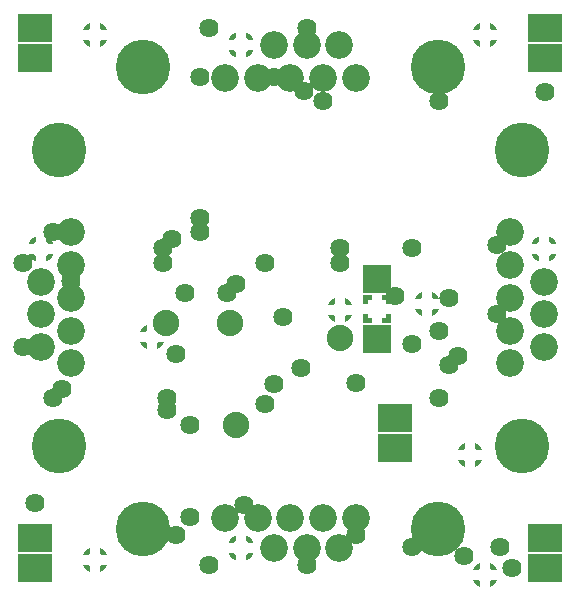
<source format=gbr>
%FSLAX14Y14*%
%MOIN*%
G04 EasyPC Gerber Version 18.0.1 Build 3581 *
%ADD100R,0.09200X0.09200*%
%ADD103C,0.06400*%
%ADD104C,0.08800*%
%ADD97C,0.09200*%
%AMT101*0 Thermal pad*4,1,6,0.03000,0.01600,0.03000,0.03000,0.01600,0.03000,0.01600,0.04600,0.04600,0.04600,0.04600,0.01600,0.03000,0.01600,0*4,1,6,-0.01600,0.03000,-0.03000,0.03000,-0.03000,0.01600,-0.04600,0.01600,-0.04600,0.04600,-0.01600,0.04600,-0.01600,0.03000,0*4,1,6,-0.03000,-0.01600,-0.03000,-0.03000,-0.01600,-0.03000,-0.01600,-0.04600,-0.04600,-0.04600,-0.04600,-0.01600,-0.03000,-0.01600,0*4,1,6,0.01600,-0.03000,0.03000,-0.03000,0.03000,-0.01600,0.04600,-0.01600,0.04600,-0.04600,0.01600,-0.04600,0.01600,-0.03000,0*%
%ADD101T101*%
%AMT105*0 Thermal pad*7,0,0,0.08800,0.05600,0.03200,0*%
%ADD105T105*%
%AMT98*0 Thermal pad*7,0,0,0.09200,0.06000,0.03200,0*%
%ADD98T98*%
%ADD99C,0.18200*%
%ADD107R,0.11200X0.09200*%
X0Y0D02*
D02*
D97*
X1700Y8544D03*
Y9635D03*
Y10725D03*
X2700Y7999D03*
Y9089D03*
Y10180D03*
Y11271D03*
Y12361D03*
X7844Y2855D03*
Y17505D03*
X8934Y2855D03*
Y17505D03*
X9480Y1855D03*
Y18620D03*
X10025Y2855D03*
Y17505D03*
X10570Y1855D03*
Y18620D03*
X11116Y2855D03*
Y17505D03*
X11661Y1855D03*
Y18620D03*
X12206Y2855D03*
Y17505D03*
X17350Y7999D03*
Y9089D03*
Y10180D03*
Y11271D03*
Y12361D03*
X18465Y8544D03*
Y9635D03*
Y10725D03*
D02*
D98*
X1700Y11816D03*
X8389Y1855D03*
Y18620D03*
X18465Y11816D03*
D02*
D99*
X2315Y5260D03*
Y15100D03*
X5105Y2470D03*
Y17890D03*
X14945Y2470D03*
Y17890D03*
X17735Y5260D03*
Y15100D03*
D02*
D100*
X12900Y8805D03*
Y10805D03*
D02*
D101*
Y9805D03*
D02*
D103*
X1125Y8530D03*
Y11330D03*
X1525Y3330D03*
X2125Y6830D03*
Y12380D03*
X2425Y7130D03*
X2725Y10730D03*
X5775Y11330D03*
Y11830D03*
X5925Y6430D03*
Y6830D03*
X6075Y12130D03*
X6225Y2280D03*
Y8305D03*
X6525Y10330D03*
X6675Y2880D03*
Y5930D03*
X7025Y12380D03*
Y12830D03*
Y17530D03*
X7325Y1280D03*
Y19180D03*
X7925Y10330D03*
X8225Y10630D03*
X8475Y3280D03*
X9175Y6630D03*
Y11330D03*
X9475Y7305D03*
Y17530D03*
X9775Y9530D03*
X10375Y7830D03*
X10475Y17080D03*
X10575Y1280D03*
Y19180D03*
X11125Y16730D03*
X11675Y11330D03*
Y11830D03*
X12225Y2280D03*
Y7330D03*
X13525Y10230D03*
X14075Y1880D03*
Y8630D03*
Y11830D03*
X14975Y6830D03*
Y9080D03*
Y16730D03*
X15325Y7930D03*
Y10180D03*
X15625Y8230D03*
X15825Y1580D03*
X16925Y9630D03*
Y11930D03*
X17025Y1880D03*
X17425Y1180D03*
X18525Y17030D03*
D02*
D104*
X5875Y9330D03*
X8025D03*
X8225Y5930D03*
X11675Y8830D03*
D02*
D105*
X3525Y1430D03*
Y18930D03*
X5425Y8880D03*
X11675Y9780D03*
X14575Y9980D03*
X16025Y4930D03*
X16525Y930D03*
Y18930D03*
D02*
D107*
X1525Y1180D03*
Y2180D03*
Y18180D03*
Y19180D03*
X13525Y5180D03*
Y6180D03*
X18525Y1180D03*
Y2180D03*
Y18180D03*
Y19180D03*
X0Y0D02*
M02*

</source>
